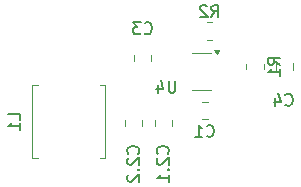
<source format=gbr>
%TF.GenerationSoftware,KiCad,Pcbnew,8.0.1*%
%TF.CreationDate,2024-04-27T00:37:19-05:00*%
%TF.ProjectId,ControlMixer,436f6e74-726f-46c4-9d69-7865722e6b69,rev?*%
%TF.SameCoordinates,Original*%
%TF.FileFunction,Legend,Bot*%
%TF.FilePolarity,Positive*%
%FSLAX46Y46*%
G04 Gerber Fmt 4.6, Leading zero omitted, Abs format (unit mm)*
G04 Created by KiCad (PCBNEW 8.0.1) date 2024-04-27 00:37:19*
%MOMM*%
%LPD*%
G01*
G04 APERTURE LIST*
%ADD10C,0.150000*%
%ADD11C,0.120000*%
G04 APERTURE END LIST*
D10*
X212291630Y-31109819D02*
X212624963Y-30633628D01*
X212863058Y-31109819D02*
X212863058Y-30109819D01*
X212863058Y-30109819D02*
X212482106Y-30109819D01*
X212482106Y-30109819D02*
X212386868Y-30157438D01*
X212386868Y-30157438D02*
X212339249Y-30205057D01*
X212339249Y-30205057D02*
X212291630Y-30300295D01*
X212291630Y-30300295D02*
X212291630Y-30443152D01*
X212291630Y-30443152D02*
X212339249Y-30538390D01*
X212339249Y-30538390D02*
X212386868Y-30586009D01*
X212386868Y-30586009D02*
X212482106Y-30633628D01*
X212482106Y-30633628D02*
X212863058Y-30633628D01*
X211910677Y-30205057D02*
X211863058Y-30157438D01*
X211863058Y-30157438D02*
X211767820Y-30109819D01*
X211767820Y-30109819D02*
X211529725Y-30109819D01*
X211529725Y-30109819D02*
X211434487Y-30157438D01*
X211434487Y-30157438D02*
X211386868Y-30205057D01*
X211386868Y-30205057D02*
X211339249Y-30300295D01*
X211339249Y-30300295D02*
X211339249Y-30395533D01*
X211339249Y-30395533D02*
X211386868Y-30538390D01*
X211386868Y-30538390D02*
X211958296Y-31109819D01*
X211958296Y-31109819D02*
X211339249Y-31109819D01*
X218067283Y-35138333D02*
X217591092Y-34805000D01*
X218067283Y-34566905D02*
X217067283Y-34566905D01*
X217067283Y-34566905D02*
X217067283Y-34947857D01*
X217067283Y-34947857D02*
X217114902Y-35043095D01*
X217114902Y-35043095D02*
X217162521Y-35090714D01*
X217162521Y-35090714D02*
X217257759Y-35138333D01*
X217257759Y-35138333D02*
X217400616Y-35138333D01*
X217400616Y-35138333D02*
X217495854Y-35090714D01*
X217495854Y-35090714D02*
X217543473Y-35043095D01*
X217543473Y-35043095D02*
X217591092Y-34947857D01*
X217591092Y-34947857D02*
X217591092Y-34566905D01*
X218067283Y-36090714D02*
X218067283Y-35519286D01*
X218067283Y-35805000D02*
X217067283Y-35805000D01*
X217067283Y-35805000D02*
X217210140Y-35709762D01*
X217210140Y-35709762D02*
X217305378Y-35614524D01*
X217305378Y-35614524D02*
X217352997Y-35519286D01*
X206072044Y-42674047D02*
X206119664Y-42626428D01*
X206119664Y-42626428D02*
X206167283Y-42483571D01*
X206167283Y-42483571D02*
X206167283Y-42388333D01*
X206167283Y-42388333D02*
X206119664Y-42245476D01*
X206119664Y-42245476D02*
X206024425Y-42150238D01*
X206024425Y-42150238D02*
X205929187Y-42102619D01*
X205929187Y-42102619D02*
X205738711Y-42055000D01*
X205738711Y-42055000D02*
X205595854Y-42055000D01*
X205595854Y-42055000D02*
X205405378Y-42102619D01*
X205405378Y-42102619D02*
X205310140Y-42150238D01*
X205310140Y-42150238D02*
X205214902Y-42245476D01*
X205214902Y-42245476D02*
X205167283Y-42388333D01*
X205167283Y-42388333D02*
X205167283Y-42483571D01*
X205167283Y-42483571D02*
X205214902Y-42626428D01*
X205214902Y-42626428D02*
X205262521Y-42674047D01*
X205262521Y-43055000D02*
X205214902Y-43102619D01*
X205214902Y-43102619D02*
X205167283Y-43197857D01*
X205167283Y-43197857D02*
X205167283Y-43435952D01*
X205167283Y-43435952D02*
X205214902Y-43531190D01*
X205214902Y-43531190D02*
X205262521Y-43578809D01*
X205262521Y-43578809D02*
X205357759Y-43626428D01*
X205357759Y-43626428D02*
X205452997Y-43626428D01*
X205452997Y-43626428D02*
X205595854Y-43578809D01*
X205595854Y-43578809D02*
X206167283Y-43007381D01*
X206167283Y-43007381D02*
X206167283Y-43626428D01*
X206072044Y-44055000D02*
X206119664Y-44102619D01*
X206119664Y-44102619D02*
X206167283Y-44055000D01*
X206167283Y-44055000D02*
X206119664Y-44007381D01*
X206119664Y-44007381D02*
X206072044Y-44055000D01*
X206072044Y-44055000D02*
X206167283Y-44055000D01*
X205262521Y-44483571D02*
X205214902Y-44531190D01*
X205214902Y-44531190D02*
X205167283Y-44626428D01*
X205167283Y-44626428D02*
X205167283Y-44864523D01*
X205167283Y-44864523D02*
X205214902Y-44959761D01*
X205214902Y-44959761D02*
X205262521Y-45007380D01*
X205262521Y-45007380D02*
X205357759Y-45054999D01*
X205357759Y-45054999D02*
X205452997Y-45054999D01*
X205452997Y-45054999D02*
X205595854Y-45007380D01*
X205595854Y-45007380D02*
X206167283Y-44435952D01*
X206167283Y-44435952D02*
X206167283Y-45054999D01*
X196067283Y-39813333D02*
X196067283Y-39337143D01*
X196067283Y-39337143D02*
X195067283Y-39337143D01*
X196067283Y-40670476D02*
X196067283Y-40099048D01*
X196067283Y-40384762D02*
X195067283Y-40384762D01*
X195067283Y-40384762D02*
X195210140Y-40289524D01*
X195210140Y-40289524D02*
X195305378Y-40194286D01*
X195305378Y-40194286D02*
X195352997Y-40099048D01*
X218541630Y-38527080D02*
X218589249Y-38574700D01*
X218589249Y-38574700D02*
X218732106Y-38622319D01*
X218732106Y-38622319D02*
X218827344Y-38622319D01*
X218827344Y-38622319D02*
X218970201Y-38574700D01*
X218970201Y-38574700D02*
X219065439Y-38479461D01*
X219065439Y-38479461D02*
X219113058Y-38384223D01*
X219113058Y-38384223D02*
X219160677Y-38193747D01*
X219160677Y-38193747D02*
X219160677Y-38050890D01*
X219160677Y-38050890D02*
X219113058Y-37860414D01*
X219113058Y-37860414D02*
X219065439Y-37765176D01*
X219065439Y-37765176D02*
X218970201Y-37669938D01*
X218970201Y-37669938D02*
X218827344Y-37622319D01*
X218827344Y-37622319D02*
X218732106Y-37622319D01*
X218732106Y-37622319D02*
X218589249Y-37669938D01*
X218589249Y-37669938D02*
X218541630Y-37717557D01*
X217684487Y-37955652D02*
X217684487Y-38622319D01*
X217922582Y-37574700D02*
X218160677Y-38288985D01*
X218160677Y-38288985D02*
X217541630Y-38288985D01*
X209224368Y-36509819D02*
X209224368Y-37319342D01*
X209224368Y-37319342D02*
X209176749Y-37414580D01*
X209176749Y-37414580D02*
X209129130Y-37462200D01*
X209129130Y-37462200D02*
X209033892Y-37509819D01*
X209033892Y-37509819D02*
X208843416Y-37509819D01*
X208843416Y-37509819D02*
X208748178Y-37462200D01*
X208748178Y-37462200D02*
X208700559Y-37414580D01*
X208700559Y-37414580D02*
X208652940Y-37319342D01*
X208652940Y-37319342D02*
X208652940Y-36509819D01*
X207748178Y-36843152D02*
X207748178Y-37509819D01*
X207986273Y-36462200D02*
X208224368Y-37176485D01*
X208224368Y-37176485D02*
X207605321Y-37176485D01*
X208572044Y-42674047D02*
X208619664Y-42626428D01*
X208619664Y-42626428D02*
X208667283Y-42483571D01*
X208667283Y-42483571D02*
X208667283Y-42388333D01*
X208667283Y-42388333D02*
X208619664Y-42245476D01*
X208619664Y-42245476D02*
X208524425Y-42150238D01*
X208524425Y-42150238D02*
X208429187Y-42102619D01*
X208429187Y-42102619D02*
X208238711Y-42055000D01*
X208238711Y-42055000D02*
X208095854Y-42055000D01*
X208095854Y-42055000D02*
X207905378Y-42102619D01*
X207905378Y-42102619D02*
X207810140Y-42150238D01*
X207810140Y-42150238D02*
X207714902Y-42245476D01*
X207714902Y-42245476D02*
X207667283Y-42388333D01*
X207667283Y-42388333D02*
X207667283Y-42483571D01*
X207667283Y-42483571D02*
X207714902Y-42626428D01*
X207714902Y-42626428D02*
X207762521Y-42674047D01*
X207762521Y-43055000D02*
X207714902Y-43102619D01*
X207714902Y-43102619D02*
X207667283Y-43197857D01*
X207667283Y-43197857D02*
X207667283Y-43435952D01*
X207667283Y-43435952D02*
X207714902Y-43531190D01*
X207714902Y-43531190D02*
X207762521Y-43578809D01*
X207762521Y-43578809D02*
X207857759Y-43626428D01*
X207857759Y-43626428D02*
X207952997Y-43626428D01*
X207952997Y-43626428D02*
X208095854Y-43578809D01*
X208095854Y-43578809D02*
X208667283Y-43007381D01*
X208667283Y-43007381D02*
X208667283Y-43626428D01*
X208572044Y-44055000D02*
X208619664Y-44102619D01*
X208619664Y-44102619D02*
X208667283Y-44055000D01*
X208667283Y-44055000D02*
X208619664Y-44007381D01*
X208619664Y-44007381D02*
X208572044Y-44055000D01*
X208572044Y-44055000D02*
X208667283Y-44055000D01*
X208667283Y-45054999D02*
X208667283Y-44483571D01*
X208667283Y-44769285D02*
X207667283Y-44769285D01*
X207667283Y-44769285D02*
X207810140Y-44674047D01*
X207810140Y-44674047D02*
X207905378Y-44578809D01*
X207905378Y-44578809D02*
X207952997Y-44483571D01*
X206629130Y-32464580D02*
X206676749Y-32512200D01*
X206676749Y-32512200D02*
X206819606Y-32559819D01*
X206819606Y-32559819D02*
X206914844Y-32559819D01*
X206914844Y-32559819D02*
X207057701Y-32512200D01*
X207057701Y-32512200D02*
X207152939Y-32416961D01*
X207152939Y-32416961D02*
X207200558Y-32321723D01*
X207200558Y-32321723D02*
X207248177Y-32131247D01*
X207248177Y-32131247D02*
X207248177Y-31988390D01*
X207248177Y-31988390D02*
X207200558Y-31797914D01*
X207200558Y-31797914D02*
X207152939Y-31702676D01*
X207152939Y-31702676D02*
X207057701Y-31607438D01*
X207057701Y-31607438D02*
X206914844Y-31559819D01*
X206914844Y-31559819D02*
X206819606Y-31559819D01*
X206819606Y-31559819D02*
X206676749Y-31607438D01*
X206676749Y-31607438D02*
X206629130Y-31655057D01*
X206295796Y-31559819D02*
X205676749Y-31559819D01*
X205676749Y-31559819D02*
X206010082Y-31940771D01*
X206010082Y-31940771D02*
X205867225Y-31940771D01*
X205867225Y-31940771D02*
X205771987Y-31988390D01*
X205771987Y-31988390D02*
X205724368Y-32036009D01*
X205724368Y-32036009D02*
X205676749Y-32131247D01*
X205676749Y-32131247D02*
X205676749Y-32369342D01*
X205676749Y-32369342D02*
X205724368Y-32464580D01*
X205724368Y-32464580D02*
X205771987Y-32512200D01*
X205771987Y-32512200D02*
X205867225Y-32559819D01*
X205867225Y-32559819D02*
X206152939Y-32559819D01*
X206152939Y-32559819D02*
X206248177Y-32512200D01*
X206248177Y-32512200D02*
X206295796Y-32464580D01*
X211879130Y-41164580D02*
X211926749Y-41212200D01*
X211926749Y-41212200D02*
X212069606Y-41259819D01*
X212069606Y-41259819D02*
X212164844Y-41259819D01*
X212164844Y-41259819D02*
X212307701Y-41212200D01*
X212307701Y-41212200D02*
X212402939Y-41116961D01*
X212402939Y-41116961D02*
X212450558Y-41021723D01*
X212450558Y-41021723D02*
X212498177Y-40831247D01*
X212498177Y-40831247D02*
X212498177Y-40688390D01*
X212498177Y-40688390D02*
X212450558Y-40497914D01*
X212450558Y-40497914D02*
X212402939Y-40402676D01*
X212402939Y-40402676D02*
X212307701Y-40307438D01*
X212307701Y-40307438D02*
X212164844Y-40259819D01*
X212164844Y-40259819D02*
X212069606Y-40259819D01*
X212069606Y-40259819D02*
X211926749Y-40307438D01*
X211926749Y-40307438D02*
X211879130Y-40355057D01*
X210926749Y-41259819D02*
X211498177Y-41259819D01*
X211212463Y-41259819D02*
X211212463Y-40259819D01*
X211212463Y-40259819D02*
X211307701Y-40402676D01*
X211307701Y-40402676D02*
X211402939Y-40497914D01*
X211402939Y-40497914D02*
X211498177Y-40545533D01*
D11*
%TO.C,R2*%
X211897900Y-31570000D02*
X212352028Y-31570000D01*
X211897900Y-33040000D02*
X212352028Y-33040000D01*
%TO.C,R1*%
X216697464Y-35077936D02*
X216697464Y-35532064D01*
X215227464Y-35077936D02*
X215227464Y-35532064D01*
%TO.C,C2.2*%
X206447464Y-39793748D02*
X206447464Y-40316252D01*
X204977464Y-39793748D02*
X204977464Y-40316252D01*
%TO.C,L1*%
X203312464Y-36880000D02*
X203312464Y-43080000D01*
X202862464Y-43080000D02*
X203312464Y-43080000D01*
X202862464Y-36880000D02*
X203312464Y-36880000D01*
X197562464Y-43080000D02*
X197112464Y-43080000D01*
X197562464Y-36880000D02*
X197112464Y-36880000D01*
X197112464Y-43080000D02*
X197112464Y-36880000D01*
%TO.C,C4*%
X219197464Y-35043748D02*
X219197464Y-35566252D01*
X217727464Y-35043748D02*
X217727464Y-35566252D01*
%TO.C,U4*%
X212724964Y-34245000D02*
X212484964Y-33915000D01*
X212964964Y-33915000D01*
X212724964Y-34245000D01*
G36*
X212724964Y-34245000D02*
G01*
X212484964Y-33915000D01*
X212964964Y-33915000D01*
X212724964Y-34245000D01*
G37*
X212224964Y-37315000D02*
X211424964Y-37315000D01*
X212224964Y-34195000D02*
X211424964Y-34195000D01*
X210624964Y-37315000D02*
X211424964Y-37315000D01*
X210624964Y-34195000D02*
X211424964Y-34195000D01*
%TO.C,C2.1*%
X208947464Y-39793748D02*
X208947464Y-40316252D01*
X207477464Y-39793748D02*
X207477464Y-40316252D01*
%TO.C,C3*%
X207197464Y-34343748D02*
X207197464Y-34866252D01*
X205727464Y-34343748D02*
X205727464Y-34866252D01*
%TO.C,C1*%
X211451212Y-39790000D02*
X211973716Y-39790000D01*
X211451212Y-38320000D02*
X211973716Y-38320000D01*
%TD*%
M02*

</source>
